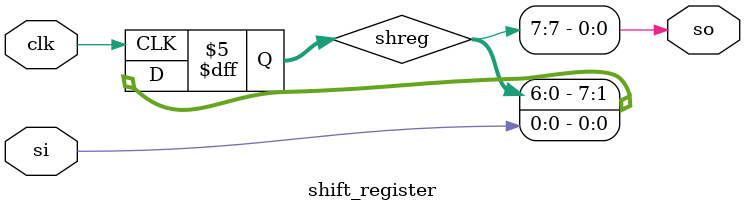
<source format=v>
`timescale 1ns / 1ps

module shift_register
    #(parameter N = 8)
        (
            clk,
            si,
            so
        );

    // Inputs
    input wire clk;
    input wire si;
    
    // Output
    output wire so;

    // Registers
    reg [N-1 : 0] shreg;
    //reg [0 : 0] shreg [N-1 : 0];

    integer i;
    
    initial
    begin
        for ( i = 0; i < N; i = i + 1 ) begin  
            shreg[i] = 0;
        end
    end
    
    always @(posedge clk)
    begin
        for ( i = 0; i < N - 1; i = i + 1 ) begin  
            shreg[i+1] <= shreg[i];
            shreg[0] <= si;
        end
    end

    assign so = shreg[N-1];

endmodule
</source>
